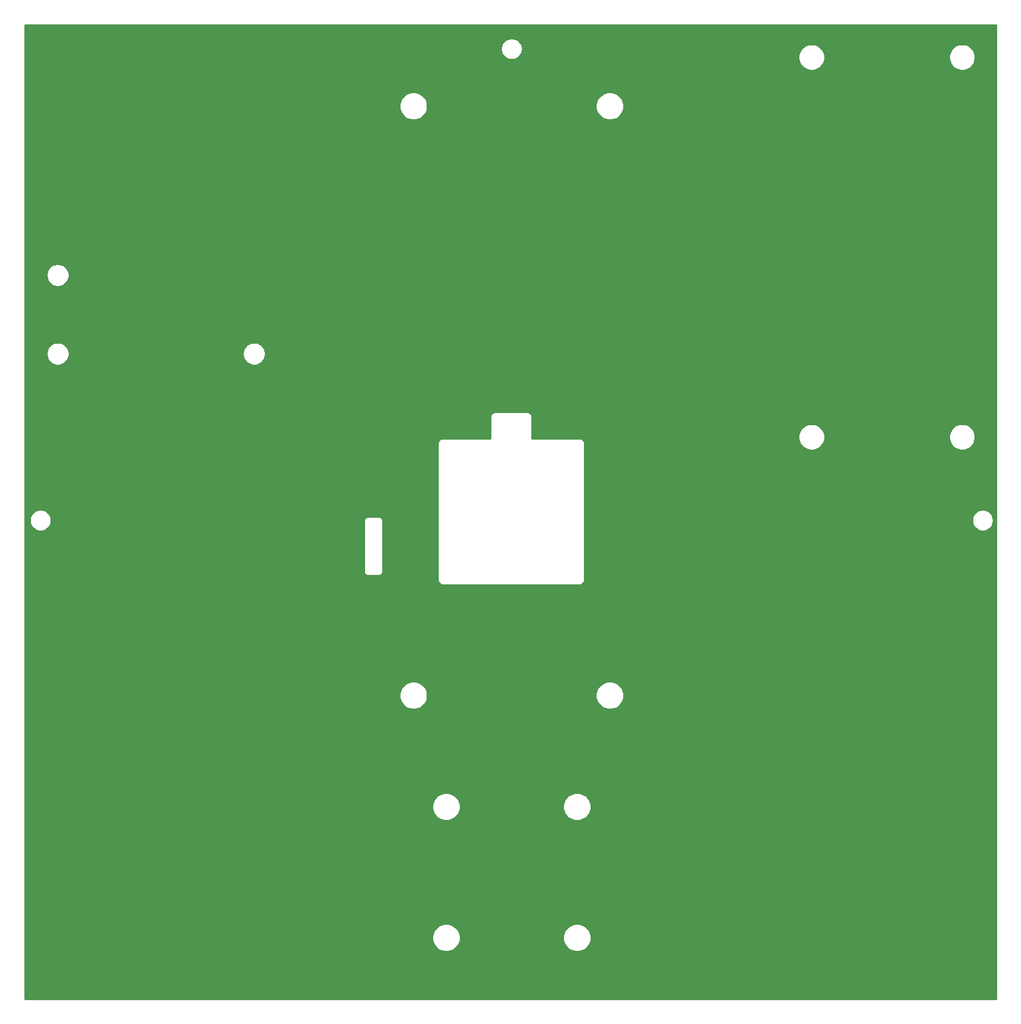
<source format=gbr>
G04 #@! TF.GenerationSoftware,KiCad,Pcbnew,(5.1.2)-1*
G04 #@! TF.CreationDate,2019-05-29T15:36:19-07:00*
G04 #@! TF.ProjectId,backplane,6261636b-706c-4616-9e65-2e6b69636164,v1.1*
G04 #@! TF.SameCoordinates,Original*
G04 #@! TF.FileFunction,Copper,L2,Bot*
G04 #@! TF.FilePolarity,Positive*
%FSLAX46Y46*%
G04 Gerber Fmt 4.6, Leading zero omitted, Abs format (unit mm)*
G04 Created by KiCad (PCBNEW (5.1.2)-1) date 2019-05-29 15:36:19*
%MOMM*%
%LPD*%
G04 APERTURE LIST*
%ADD10C,0.800000*%
%ADD11C,0.254000*%
G04 APERTURE END LIST*
D10*
X159800000Y-175000000D03*
X158000000Y-175000000D03*
X67700000Y-109800000D03*
X67700000Y-124300000D03*
X54000000Y-119000000D03*
X53000000Y-120112000D03*
X52000000Y-115000000D03*
X51000000Y-116000000D03*
X52000000Y-117000000D03*
X51000000Y-118000000D03*
X52000000Y-119000000D03*
X167840000Y-175480000D03*
X147840000Y-175480000D03*
X127840000Y-175480000D03*
X107840000Y-175480000D03*
X87840000Y-175480000D03*
X67840000Y-175480000D03*
X47840000Y-175480000D03*
X27840000Y-175480000D03*
X167840000Y-155480000D03*
X147840000Y-155480000D03*
X127840000Y-155480000D03*
X107840000Y-155480000D03*
X87840000Y-155480000D03*
X67840000Y-155480000D03*
X47840000Y-150000000D03*
X27840000Y-155480000D03*
X167840000Y-135480000D03*
X147840000Y-135480000D03*
X127840000Y-135480000D03*
X107840000Y-135480000D03*
X87840000Y-135480000D03*
X67840000Y-135480000D03*
X47840000Y-135480000D03*
X27840000Y-135480000D03*
X167840000Y-115480000D03*
X147840000Y-115480000D03*
X127840000Y-115480000D03*
X27840000Y-115480000D03*
X147840000Y-95480000D03*
X127840000Y-95480000D03*
X67840000Y-95480000D03*
X47840000Y-95480000D03*
X27840000Y-95480000D03*
X167840000Y-75480000D03*
X147840000Y-75480000D03*
X127840000Y-75480000D03*
X107840000Y-75480000D03*
X87840000Y-75480000D03*
X67840000Y-75480000D03*
X47840000Y-75480000D03*
X27840000Y-75480000D03*
X167840000Y-55480000D03*
X147840000Y-55480000D03*
X127840000Y-55480000D03*
X107840000Y-55480000D03*
X87840000Y-55480000D03*
X67840000Y-55480000D03*
X47840000Y-55480000D03*
X27840000Y-55480000D03*
X168000000Y-39000000D03*
X147840000Y-35480000D03*
X127840000Y-35480000D03*
X107840000Y-35480000D03*
X87840000Y-35480000D03*
X67840000Y-35480000D03*
X47840000Y-35480000D03*
X27840000Y-35480000D03*
X167840000Y-97000000D03*
X89000000Y-119000000D03*
X85000000Y-99000000D03*
X110000000Y-92000000D03*
X112000000Y-118000000D03*
X54000000Y-115000000D03*
X53000000Y-114000000D03*
X51000000Y-114000000D03*
X51000000Y-120112000D03*
X50000000Y-119000000D03*
X50000000Y-117000000D03*
X50000000Y-115000000D03*
D11*
G36*
X171873000Y-179820000D02*
G01*
X23520000Y-179820000D01*
X23520000Y-170269721D01*
X85725000Y-170269721D01*
X85725000Y-170690279D01*
X85807047Y-171102756D01*
X85967988Y-171491302D01*
X86201637Y-171840983D01*
X86499017Y-172138363D01*
X86848698Y-172372012D01*
X87237244Y-172532953D01*
X87649721Y-172615000D01*
X88070279Y-172615000D01*
X88482756Y-172532953D01*
X88871302Y-172372012D01*
X89220983Y-172138363D01*
X89518363Y-171840983D01*
X89752012Y-171491302D01*
X89912953Y-171102756D01*
X89995000Y-170690279D01*
X89995000Y-170269721D01*
X105725000Y-170269721D01*
X105725000Y-170690279D01*
X105807047Y-171102756D01*
X105967988Y-171491302D01*
X106201637Y-171840983D01*
X106499017Y-172138363D01*
X106848698Y-172372012D01*
X107237244Y-172532953D01*
X107649721Y-172615000D01*
X108070279Y-172615000D01*
X108482756Y-172532953D01*
X108871302Y-172372012D01*
X109220983Y-172138363D01*
X109518363Y-171840983D01*
X109752012Y-171491302D01*
X109912953Y-171102756D01*
X109995000Y-170690279D01*
X109995000Y-170269721D01*
X109912953Y-169857244D01*
X109752012Y-169468698D01*
X109518363Y-169119017D01*
X109220983Y-168821637D01*
X108871302Y-168587988D01*
X108482756Y-168427047D01*
X108070279Y-168345000D01*
X107649721Y-168345000D01*
X107237244Y-168427047D01*
X106848698Y-168587988D01*
X106499017Y-168821637D01*
X106201637Y-169119017D01*
X105967988Y-169468698D01*
X105807047Y-169857244D01*
X105725000Y-170269721D01*
X89995000Y-170269721D01*
X89912953Y-169857244D01*
X89752012Y-169468698D01*
X89518363Y-169119017D01*
X89220983Y-168821637D01*
X88871302Y-168587988D01*
X88482756Y-168427047D01*
X88070279Y-168345000D01*
X87649721Y-168345000D01*
X87237244Y-168427047D01*
X86848698Y-168587988D01*
X86499017Y-168821637D01*
X86201637Y-169119017D01*
X85967988Y-169468698D01*
X85807047Y-169857244D01*
X85725000Y-170269721D01*
X23520000Y-170269721D01*
X23520000Y-150269721D01*
X85725000Y-150269721D01*
X85725000Y-150690279D01*
X85807047Y-151102756D01*
X85967988Y-151491302D01*
X86201637Y-151840983D01*
X86499017Y-152138363D01*
X86848698Y-152372012D01*
X87237244Y-152532953D01*
X87649721Y-152615000D01*
X88070279Y-152615000D01*
X88482756Y-152532953D01*
X88871302Y-152372012D01*
X89220983Y-152138363D01*
X89518363Y-151840983D01*
X89752012Y-151491302D01*
X89912953Y-151102756D01*
X89995000Y-150690279D01*
X89995000Y-150269721D01*
X105725000Y-150269721D01*
X105725000Y-150690279D01*
X105807047Y-151102756D01*
X105967988Y-151491302D01*
X106201637Y-151840983D01*
X106499017Y-152138363D01*
X106848698Y-152372012D01*
X107237244Y-152532953D01*
X107649721Y-152615000D01*
X108070279Y-152615000D01*
X108482756Y-152532953D01*
X108871302Y-152372012D01*
X109220983Y-152138363D01*
X109518363Y-151840983D01*
X109752012Y-151491302D01*
X109912953Y-151102756D01*
X109995000Y-150690279D01*
X109995000Y-150269721D01*
X109912953Y-149857244D01*
X109752012Y-149468698D01*
X109518363Y-149119017D01*
X109220983Y-148821637D01*
X108871302Y-148587988D01*
X108482756Y-148427047D01*
X108070279Y-148345000D01*
X107649721Y-148345000D01*
X107237244Y-148427047D01*
X106848698Y-148587988D01*
X106499017Y-148821637D01*
X106201637Y-149119017D01*
X105967988Y-149468698D01*
X105807047Y-149857244D01*
X105725000Y-150269721D01*
X89995000Y-150269721D01*
X89912953Y-149857244D01*
X89752012Y-149468698D01*
X89518363Y-149119017D01*
X89220983Y-148821637D01*
X88871302Y-148587988D01*
X88482756Y-148427047D01*
X88070279Y-148345000D01*
X87649721Y-148345000D01*
X87237244Y-148427047D01*
X86848698Y-148587988D01*
X86499017Y-148821637D01*
X86201637Y-149119017D01*
X85967988Y-149468698D01*
X85807047Y-149857244D01*
X85725000Y-150269721D01*
X23520000Y-150269721D01*
X23520000Y-133269721D01*
X80725000Y-133269721D01*
X80725000Y-133690279D01*
X80807047Y-134102756D01*
X80967988Y-134491302D01*
X81201637Y-134840983D01*
X81499017Y-135138363D01*
X81848698Y-135372012D01*
X82237244Y-135532953D01*
X82649721Y-135615000D01*
X83070279Y-135615000D01*
X83482756Y-135532953D01*
X83871302Y-135372012D01*
X84220983Y-135138363D01*
X84518363Y-134840983D01*
X84752012Y-134491302D01*
X84912953Y-134102756D01*
X84995000Y-133690279D01*
X84995000Y-133269721D01*
X110725000Y-133269721D01*
X110725000Y-133690279D01*
X110807047Y-134102756D01*
X110967988Y-134491302D01*
X111201637Y-134840983D01*
X111499017Y-135138363D01*
X111848698Y-135372012D01*
X112237244Y-135532953D01*
X112649721Y-135615000D01*
X113070279Y-135615000D01*
X113482756Y-135532953D01*
X113871302Y-135372012D01*
X114220983Y-135138363D01*
X114518363Y-134840983D01*
X114752012Y-134491302D01*
X114912953Y-134102756D01*
X114995000Y-133690279D01*
X114995000Y-133269721D01*
X114912953Y-132857244D01*
X114752012Y-132468698D01*
X114518363Y-132119017D01*
X114220983Y-131821637D01*
X113871302Y-131587988D01*
X113482756Y-131427047D01*
X113070279Y-131345000D01*
X112649721Y-131345000D01*
X112237244Y-131427047D01*
X111848698Y-131587988D01*
X111499017Y-131821637D01*
X111201637Y-132119017D01*
X110967988Y-132468698D01*
X110807047Y-132857244D01*
X110725000Y-133269721D01*
X84995000Y-133269721D01*
X84912953Y-132857244D01*
X84752012Y-132468698D01*
X84518363Y-132119017D01*
X84220983Y-131821637D01*
X83871302Y-131587988D01*
X83482756Y-131427047D01*
X83070279Y-131345000D01*
X82649721Y-131345000D01*
X82237244Y-131427047D01*
X81848698Y-131587988D01*
X81499017Y-131821637D01*
X81201637Y-132119017D01*
X80967988Y-132468698D01*
X80807047Y-132857244D01*
X80725000Y-133269721D01*
X23520000Y-133269721D01*
X23520000Y-106588967D01*
X24225000Y-106588967D01*
X24225000Y-106911033D01*
X24287832Y-107226912D01*
X24411082Y-107524463D01*
X24590013Y-107792252D01*
X24817748Y-108019987D01*
X25085537Y-108198918D01*
X25383088Y-108322168D01*
X25698967Y-108385000D01*
X26021033Y-108385000D01*
X26336912Y-108322168D01*
X26634463Y-108198918D01*
X26902252Y-108019987D01*
X27129987Y-107792252D01*
X27308918Y-107524463D01*
X27432168Y-107226912D01*
X27495000Y-106911033D01*
X27495000Y-106886000D01*
X75287638Y-106886000D01*
X75291001Y-106920145D01*
X75291000Y-114471865D01*
X75287638Y-114506000D01*
X75301057Y-114642244D01*
X75340798Y-114773252D01*
X75405333Y-114893989D01*
X75492183Y-114999817D01*
X75598011Y-115086667D01*
X75718748Y-115151202D01*
X75849756Y-115190943D01*
X75986000Y-115204362D01*
X76020134Y-115201000D01*
X77451866Y-115201000D01*
X77486000Y-115204362D01*
X77622244Y-115190943D01*
X77753252Y-115151202D01*
X77873989Y-115086667D01*
X77979817Y-114999817D01*
X78066667Y-114893989D01*
X78131202Y-114773252D01*
X78170943Y-114642244D01*
X78181000Y-114540135D01*
X78181000Y-114540134D01*
X78184362Y-114506000D01*
X78181000Y-114471865D01*
X78181000Y-106920135D01*
X78184362Y-106886000D01*
X78170943Y-106749756D01*
X78131202Y-106618748D01*
X78066667Y-106498011D01*
X77979817Y-106392183D01*
X77873989Y-106305333D01*
X77753252Y-106240798D01*
X77622244Y-106201057D01*
X77520135Y-106191000D01*
X77520134Y-106191000D01*
X77486000Y-106187638D01*
X77451865Y-106191000D01*
X76020135Y-106191000D01*
X75986000Y-106187638D01*
X75951866Y-106191000D01*
X75951865Y-106191000D01*
X75849756Y-106201057D01*
X75718748Y-106240798D01*
X75598011Y-106305333D01*
X75492183Y-106392183D01*
X75405333Y-106498011D01*
X75340798Y-106618748D01*
X75301057Y-106749756D01*
X75287638Y-106886000D01*
X27495000Y-106886000D01*
X27495000Y-106588967D01*
X27432168Y-106273088D01*
X27308918Y-105975537D01*
X27129987Y-105707748D01*
X26902252Y-105480013D01*
X26634463Y-105301082D01*
X26336912Y-105177832D01*
X26021033Y-105115000D01*
X25698967Y-105115000D01*
X25383088Y-105177832D01*
X25085537Y-105301082D01*
X24817748Y-105480013D01*
X24590013Y-105707748D01*
X24411082Y-105975537D01*
X24287832Y-106273088D01*
X24225000Y-106588967D01*
X23520000Y-106588967D01*
X23520000Y-94910000D01*
X86601686Y-94910000D01*
X86605001Y-94943657D01*
X86605000Y-115876353D01*
X86601686Y-115910000D01*
X86614912Y-116044283D01*
X86654081Y-116173406D01*
X86717688Y-116292407D01*
X86803289Y-116396711D01*
X86907593Y-116482312D01*
X87026594Y-116545919D01*
X87155717Y-116585088D01*
X87290000Y-116598314D01*
X87323647Y-116595000D01*
X108256353Y-116595000D01*
X108290000Y-116598314D01*
X108424283Y-116585088D01*
X108553406Y-116545919D01*
X108672407Y-116482312D01*
X108776711Y-116396711D01*
X108862312Y-116292407D01*
X108925919Y-116173406D01*
X108965088Y-116044283D01*
X108975000Y-115943647D01*
X108975000Y-115943646D01*
X108978314Y-115910000D01*
X108975000Y-115876353D01*
X108975000Y-106588967D01*
X168225000Y-106588967D01*
X168225000Y-106911033D01*
X168287832Y-107226912D01*
X168411082Y-107524463D01*
X168590013Y-107792252D01*
X168817748Y-108019987D01*
X169085537Y-108198918D01*
X169383088Y-108322168D01*
X169698967Y-108385000D01*
X170021033Y-108385000D01*
X170336912Y-108322168D01*
X170634463Y-108198918D01*
X170902252Y-108019987D01*
X171129987Y-107792252D01*
X171308918Y-107524463D01*
X171432168Y-107226912D01*
X171495000Y-106911033D01*
X171495000Y-106588967D01*
X171432168Y-106273088D01*
X171308918Y-105975537D01*
X171129987Y-105707748D01*
X170902252Y-105480013D01*
X170634463Y-105301082D01*
X170336912Y-105177832D01*
X170021033Y-105115000D01*
X169698967Y-105115000D01*
X169383088Y-105177832D01*
X169085537Y-105301082D01*
X168817748Y-105480013D01*
X168590013Y-105707748D01*
X168411082Y-105975537D01*
X168287832Y-106273088D01*
X168225000Y-106588967D01*
X108975000Y-106588967D01*
X108975000Y-94943646D01*
X108978314Y-94910000D01*
X108965088Y-94775717D01*
X108925919Y-94646594D01*
X108862312Y-94527593D01*
X108776711Y-94423289D01*
X108672407Y-94337688D01*
X108553406Y-94274081D01*
X108424283Y-94234912D01*
X108323647Y-94225000D01*
X108290000Y-94221686D01*
X108256353Y-94225000D01*
X100975000Y-94225000D01*
X100975000Y-93838032D01*
X141698000Y-93838032D01*
X141698000Y-94233968D01*
X141775243Y-94622296D01*
X141926761Y-94988092D01*
X142146731Y-95317301D01*
X142426699Y-95597269D01*
X142755908Y-95817239D01*
X143121704Y-95968757D01*
X143510032Y-96046000D01*
X143905968Y-96046000D01*
X144294296Y-95968757D01*
X144660092Y-95817239D01*
X144989301Y-95597269D01*
X145269269Y-95317301D01*
X145489239Y-94988092D01*
X145640757Y-94622296D01*
X145718000Y-94233968D01*
X145718000Y-93838032D01*
X164698000Y-93838032D01*
X164698000Y-94233968D01*
X164775243Y-94622296D01*
X164926761Y-94988092D01*
X165146731Y-95317301D01*
X165426699Y-95597269D01*
X165755908Y-95817239D01*
X166121704Y-95968757D01*
X166510032Y-96046000D01*
X166905968Y-96046000D01*
X167294296Y-95968757D01*
X167660092Y-95817239D01*
X167989301Y-95597269D01*
X168269269Y-95317301D01*
X168489239Y-94988092D01*
X168640757Y-94622296D01*
X168718000Y-94233968D01*
X168718000Y-93838032D01*
X168640757Y-93449704D01*
X168489239Y-93083908D01*
X168269269Y-92754699D01*
X167989301Y-92474731D01*
X167660092Y-92254761D01*
X167294296Y-92103243D01*
X166905968Y-92026000D01*
X166510032Y-92026000D01*
X166121704Y-92103243D01*
X165755908Y-92254761D01*
X165426699Y-92474731D01*
X165146731Y-92754699D01*
X164926761Y-93083908D01*
X164775243Y-93449704D01*
X164698000Y-93838032D01*
X145718000Y-93838032D01*
X145640757Y-93449704D01*
X145489239Y-93083908D01*
X145269269Y-92754699D01*
X144989301Y-92474731D01*
X144660092Y-92254761D01*
X144294296Y-92103243D01*
X143905968Y-92026000D01*
X143510032Y-92026000D01*
X143121704Y-92103243D01*
X142755908Y-92254761D01*
X142426699Y-92474731D01*
X142146731Y-92754699D01*
X141926761Y-93083908D01*
X141775243Y-93449704D01*
X141698000Y-93838032D01*
X100975000Y-93838032D01*
X100975000Y-90943647D01*
X100978314Y-90910000D01*
X100965088Y-90775717D01*
X100925919Y-90646594D01*
X100862312Y-90527593D01*
X100776711Y-90423289D01*
X100672407Y-90337688D01*
X100553406Y-90274081D01*
X100424283Y-90234912D01*
X100323647Y-90225000D01*
X100290000Y-90221686D01*
X100256353Y-90225000D01*
X95323647Y-90225000D01*
X95290000Y-90221686D01*
X95256353Y-90225000D01*
X95155717Y-90234912D01*
X95026594Y-90274081D01*
X94907593Y-90337688D01*
X94803289Y-90423289D01*
X94717688Y-90527593D01*
X94654081Y-90646594D01*
X94614912Y-90775717D01*
X94601686Y-90910000D01*
X94605001Y-90943657D01*
X94605000Y-94225000D01*
X87323647Y-94225000D01*
X87290000Y-94221686D01*
X87256353Y-94225000D01*
X87155717Y-94234912D01*
X87026594Y-94274081D01*
X86907593Y-94337688D01*
X86803289Y-94423289D01*
X86717688Y-94527593D01*
X86654081Y-94646594D01*
X86614912Y-94775717D01*
X86601686Y-94910000D01*
X23520000Y-94910000D01*
X23520000Y-81149117D01*
X26765000Y-81149117D01*
X26765000Y-81490883D01*
X26831675Y-81826081D01*
X26962463Y-82141831D01*
X27152337Y-82425998D01*
X27394002Y-82667663D01*
X27678169Y-82857537D01*
X27993919Y-82988325D01*
X28329117Y-83055000D01*
X28670883Y-83055000D01*
X29006081Y-82988325D01*
X29321831Y-82857537D01*
X29605998Y-82667663D01*
X29847663Y-82425998D01*
X30037537Y-82141831D01*
X30168325Y-81826081D01*
X30235000Y-81490883D01*
X30235000Y-81149117D01*
X56765000Y-81149117D01*
X56765000Y-81490883D01*
X56831675Y-81826081D01*
X56962463Y-82141831D01*
X57152337Y-82425998D01*
X57394002Y-82667663D01*
X57678169Y-82857537D01*
X57993919Y-82988325D01*
X58329117Y-83055000D01*
X58670883Y-83055000D01*
X59006081Y-82988325D01*
X59321831Y-82857537D01*
X59605998Y-82667663D01*
X59847663Y-82425998D01*
X60037537Y-82141831D01*
X60168325Y-81826081D01*
X60235000Y-81490883D01*
X60235000Y-81149117D01*
X60168325Y-80813919D01*
X60037537Y-80498169D01*
X59847663Y-80214002D01*
X59605998Y-79972337D01*
X59321831Y-79782463D01*
X59006081Y-79651675D01*
X58670883Y-79585000D01*
X58329117Y-79585000D01*
X57993919Y-79651675D01*
X57678169Y-79782463D01*
X57394002Y-79972337D01*
X57152337Y-80214002D01*
X56962463Y-80498169D01*
X56831675Y-80813919D01*
X56765000Y-81149117D01*
X30235000Y-81149117D01*
X30168325Y-80813919D01*
X30037537Y-80498169D01*
X29847663Y-80214002D01*
X29605998Y-79972337D01*
X29321831Y-79782463D01*
X29006081Y-79651675D01*
X28670883Y-79585000D01*
X28329117Y-79585000D01*
X27993919Y-79651675D01*
X27678169Y-79782463D01*
X27394002Y-79972337D01*
X27152337Y-80214002D01*
X26962463Y-80498169D01*
X26831675Y-80813919D01*
X26765000Y-81149117D01*
X23520000Y-81149117D01*
X23520000Y-69149117D01*
X26765000Y-69149117D01*
X26765000Y-69490883D01*
X26831675Y-69826081D01*
X26962463Y-70141831D01*
X27152337Y-70425998D01*
X27394002Y-70667663D01*
X27678169Y-70857537D01*
X27993919Y-70988325D01*
X28329117Y-71055000D01*
X28670883Y-71055000D01*
X29006081Y-70988325D01*
X29321831Y-70857537D01*
X29605998Y-70667663D01*
X29847663Y-70425998D01*
X30037537Y-70141831D01*
X30168325Y-69826081D01*
X30235000Y-69490883D01*
X30235000Y-69149117D01*
X30168325Y-68813919D01*
X30037537Y-68498169D01*
X29847663Y-68214002D01*
X29605998Y-67972337D01*
X29321831Y-67782463D01*
X29006081Y-67651675D01*
X28670883Y-67585000D01*
X28329117Y-67585000D01*
X27993919Y-67651675D01*
X27678169Y-67782463D01*
X27394002Y-67972337D01*
X27152337Y-68214002D01*
X26962463Y-68498169D01*
X26831675Y-68813919D01*
X26765000Y-69149117D01*
X23520000Y-69149117D01*
X23520000Y-43269721D01*
X80725000Y-43269721D01*
X80725000Y-43690279D01*
X80807047Y-44102756D01*
X80967988Y-44491302D01*
X81201637Y-44840983D01*
X81499017Y-45138363D01*
X81848698Y-45372012D01*
X82237244Y-45532953D01*
X82649721Y-45615000D01*
X83070279Y-45615000D01*
X83482756Y-45532953D01*
X83871302Y-45372012D01*
X84220983Y-45138363D01*
X84518363Y-44840983D01*
X84752012Y-44491302D01*
X84912953Y-44102756D01*
X84995000Y-43690279D01*
X84995000Y-43269721D01*
X110725000Y-43269721D01*
X110725000Y-43690279D01*
X110807047Y-44102756D01*
X110967988Y-44491302D01*
X111201637Y-44840983D01*
X111499017Y-45138363D01*
X111848698Y-45372012D01*
X112237244Y-45532953D01*
X112649721Y-45615000D01*
X113070279Y-45615000D01*
X113482756Y-45532953D01*
X113871302Y-45372012D01*
X114220983Y-45138363D01*
X114518363Y-44840983D01*
X114752012Y-44491302D01*
X114912953Y-44102756D01*
X114995000Y-43690279D01*
X114995000Y-43269721D01*
X114912953Y-42857244D01*
X114752012Y-42468698D01*
X114518363Y-42119017D01*
X114220983Y-41821637D01*
X113871302Y-41587988D01*
X113482756Y-41427047D01*
X113070279Y-41345000D01*
X112649721Y-41345000D01*
X112237244Y-41427047D01*
X111848698Y-41587988D01*
X111499017Y-41821637D01*
X111201637Y-42119017D01*
X110967988Y-42468698D01*
X110807047Y-42857244D01*
X110725000Y-43269721D01*
X84995000Y-43269721D01*
X84912953Y-42857244D01*
X84752012Y-42468698D01*
X84518363Y-42119017D01*
X84220983Y-41821637D01*
X83871302Y-41587988D01*
X83482756Y-41427047D01*
X83070279Y-41345000D01*
X82649721Y-41345000D01*
X82237244Y-41427047D01*
X81848698Y-41587988D01*
X81499017Y-41821637D01*
X81201637Y-42119017D01*
X80967988Y-42468698D01*
X80807047Y-42857244D01*
X80725000Y-43269721D01*
X23520000Y-43269721D01*
X23520000Y-34588967D01*
X96225000Y-34588967D01*
X96225000Y-34911033D01*
X96287832Y-35226912D01*
X96411082Y-35524463D01*
X96590013Y-35792252D01*
X96817748Y-36019987D01*
X97085537Y-36198918D01*
X97383088Y-36322168D01*
X97698967Y-36385000D01*
X98021033Y-36385000D01*
X98336912Y-36322168D01*
X98634463Y-36198918D01*
X98902252Y-36019987D01*
X99084207Y-35838032D01*
X141698000Y-35838032D01*
X141698000Y-36233968D01*
X141775243Y-36622296D01*
X141926761Y-36988092D01*
X142146731Y-37317301D01*
X142426699Y-37597269D01*
X142755908Y-37817239D01*
X143121704Y-37968757D01*
X143510032Y-38046000D01*
X143905968Y-38046000D01*
X144294296Y-37968757D01*
X144660092Y-37817239D01*
X144989301Y-37597269D01*
X145269269Y-37317301D01*
X145489239Y-36988092D01*
X145640757Y-36622296D01*
X145718000Y-36233968D01*
X145718000Y-35838032D01*
X164698000Y-35838032D01*
X164698000Y-36233968D01*
X164775243Y-36622296D01*
X164926761Y-36988092D01*
X165146731Y-37317301D01*
X165426699Y-37597269D01*
X165755908Y-37817239D01*
X166121704Y-37968757D01*
X166510032Y-38046000D01*
X166905968Y-38046000D01*
X167294296Y-37968757D01*
X167660092Y-37817239D01*
X167989301Y-37597269D01*
X168269269Y-37317301D01*
X168489239Y-36988092D01*
X168640757Y-36622296D01*
X168718000Y-36233968D01*
X168718000Y-35838032D01*
X168640757Y-35449704D01*
X168489239Y-35083908D01*
X168269269Y-34754699D01*
X167989301Y-34474731D01*
X167660092Y-34254761D01*
X167294296Y-34103243D01*
X166905968Y-34026000D01*
X166510032Y-34026000D01*
X166121704Y-34103243D01*
X165755908Y-34254761D01*
X165426699Y-34474731D01*
X165146731Y-34754699D01*
X164926761Y-35083908D01*
X164775243Y-35449704D01*
X164698000Y-35838032D01*
X145718000Y-35838032D01*
X145640757Y-35449704D01*
X145489239Y-35083908D01*
X145269269Y-34754699D01*
X144989301Y-34474731D01*
X144660092Y-34254761D01*
X144294296Y-34103243D01*
X143905968Y-34026000D01*
X143510032Y-34026000D01*
X143121704Y-34103243D01*
X142755908Y-34254761D01*
X142426699Y-34474731D01*
X142146731Y-34754699D01*
X141926761Y-35083908D01*
X141775243Y-35449704D01*
X141698000Y-35838032D01*
X99084207Y-35838032D01*
X99129987Y-35792252D01*
X99308918Y-35524463D01*
X99432168Y-35226912D01*
X99495000Y-34911033D01*
X99495000Y-34588967D01*
X99432168Y-34273088D01*
X99308918Y-33975537D01*
X99129987Y-33707748D01*
X98902252Y-33480013D01*
X98634463Y-33301082D01*
X98336912Y-33177832D01*
X98021033Y-33115000D01*
X97698967Y-33115000D01*
X97383088Y-33177832D01*
X97085537Y-33301082D01*
X96817748Y-33480013D01*
X96590013Y-33707748D01*
X96411082Y-33975537D01*
X96287832Y-34273088D01*
X96225000Y-34588967D01*
X23520000Y-34588967D01*
X23520000Y-31140000D01*
X171873000Y-31140000D01*
X171873000Y-179820000D01*
X171873000Y-179820000D01*
G37*
X171873000Y-179820000D02*
X23520000Y-179820000D01*
X23520000Y-170269721D01*
X85725000Y-170269721D01*
X85725000Y-170690279D01*
X85807047Y-171102756D01*
X85967988Y-171491302D01*
X86201637Y-171840983D01*
X86499017Y-172138363D01*
X86848698Y-172372012D01*
X87237244Y-172532953D01*
X87649721Y-172615000D01*
X88070279Y-172615000D01*
X88482756Y-172532953D01*
X88871302Y-172372012D01*
X89220983Y-172138363D01*
X89518363Y-171840983D01*
X89752012Y-171491302D01*
X89912953Y-171102756D01*
X89995000Y-170690279D01*
X89995000Y-170269721D01*
X105725000Y-170269721D01*
X105725000Y-170690279D01*
X105807047Y-171102756D01*
X105967988Y-171491302D01*
X106201637Y-171840983D01*
X106499017Y-172138363D01*
X106848698Y-172372012D01*
X107237244Y-172532953D01*
X107649721Y-172615000D01*
X108070279Y-172615000D01*
X108482756Y-172532953D01*
X108871302Y-172372012D01*
X109220983Y-172138363D01*
X109518363Y-171840983D01*
X109752012Y-171491302D01*
X109912953Y-171102756D01*
X109995000Y-170690279D01*
X109995000Y-170269721D01*
X109912953Y-169857244D01*
X109752012Y-169468698D01*
X109518363Y-169119017D01*
X109220983Y-168821637D01*
X108871302Y-168587988D01*
X108482756Y-168427047D01*
X108070279Y-168345000D01*
X107649721Y-168345000D01*
X107237244Y-168427047D01*
X106848698Y-168587988D01*
X106499017Y-168821637D01*
X106201637Y-169119017D01*
X105967988Y-169468698D01*
X105807047Y-169857244D01*
X105725000Y-170269721D01*
X89995000Y-170269721D01*
X89912953Y-169857244D01*
X89752012Y-169468698D01*
X89518363Y-169119017D01*
X89220983Y-168821637D01*
X88871302Y-168587988D01*
X88482756Y-168427047D01*
X88070279Y-168345000D01*
X87649721Y-168345000D01*
X87237244Y-168427047D01*
X86848698Y-168587988D01*
X86499017Y-168821637D01*
X86201637Y-169119017D01*
X85967988Y-169468698D01*
X85807047Y-169857244D01*
X85725000Y-170269721D01*
X23520000Y-170269721D01*
X23520000Y-150269721D01*
X85725000Y-150269721D01*
X85725000Y-150690279D01*
X85807047Y-151102756D01*
X85967988Y-151491302D01*
X86201637Y-151840983D01*
X86499017Y-152138363D01*
X86848698Y-152372012D01*
X87237244Y-152532953D01*
X87649721Y-152615000D01*
X88070279Y-152615000D01*
X88482756Y-152532953D01*
X88871302Y-152372012D01*
X89220983Y-152138363D01*
X89518363Y-151840983D01*
X89752012Y-151491302D01*
X89912953Y-151102756D01*
X89995000Y-150690279D01*
X89995000Y-150269721D01*
X105725000Y-150269721D01*
X105725000Y-150690279D01*
X105807047Y-151102756D01*
X105967988Y-151491302D01*
X106201637Y-151840983D01*
X106499017Y-152138363D01*
X106848698Y-152372012D01*
X107237244Y-152532953D01*
X107649721Y-152615000D01*
X108070279Y-152615000D01*
X108482756Y-152532953D01*
X108871302Y-152372012D01*
X109220983Y-152138363D01*
X109518363Y-151840983D01*
X109752012Y-151491302D01*
X109912953Y-151102756D01*
X109995000Y-150690279D01*
X109995000Y-150269721D01*
X109912953Y-149857244D01*
X109752012Y-149468698D01*
X109518363Y-149119017D01*
X109220983Y-148821637D01*
X108871302Y-148587988D01*
X108482756Y-148427047D01*
X108070279Y-148345000D01*
X107649721Y-148345000D01*
X107237244Y-148427047D01*
X106848698Y-148587988D01*
X106499017Y-148821637D01*
X106201637Y-149119017D01*
X105967988Y-149468698D01*
X105807047Y-149857244D01*
X105725000Y-150269721D01*
X89995000Y-150269721D01*
X89912953Y-149857244D01*
X89752012Y-149468698D01*
X89518363Y-149119017D01*
X89220983Y-148821637D01*
X88871302Y-148587988D01*
X88482756Y-148427047D01*
X88070279Y-148345000D01*
X87649721Y-148345000D01*
X87237244Y-148427047D01*
X86848698Y-148587988D01*
X86499017Y-148821637D01*
X86201637Y-149119017D01*
X85967988Y-149468698D01*
X85807047Y-149857244D01*
X85725000Y-150269721D01*
X23520000Y-150269721D01*
X23520000Y-133269721D01*
X80725000Y-133269721D01*
X80725000Y-133690279D01*
X80807047Y-134102756D01*
X80967988Y-134491302D01*
X81201637Y-134840983D01*
X81499017Y-135138363D01*
X81848698Y-135372012D01*
X82237244Y-135532953D01*
X82649721Y-135615000D01*
X83070279Y-135615000D01*
X83482756Y-135532953D01*
X83871302Y-135372012D01*
X84220983Y-135138363D01*
X84518363Y-134840983D01*
X84752012Y-134491302D01*
X84912953Y-134102756D01*
X84995000Y-133690279D01*
X84995000Y-133269721D01*
X110725000Y-133269721D01*
X110725000Y-133690279D01*
X110807047Y-134102756D01*
X110967988Y-134491302D01*
X111201637Y-134840983D01*
X111499017Y-135138363D01*
X111848698Y-135372012D01*
X112237244Y-135532953D01*
X112649721Y-135615000D01*
X113070279Y-135615000D01*
X113482756Y-135532953D01*
X113871302Y-135372012D01*
X114220983Y-135138363D01*
X114518363Y-134840983D01*
X114752012Y-134491302D01*
X114912953Y-134102756D01*
X114995000Y-133690279D01*
X114995000Y-133269721D01*
X114912953Y-132857244D01*
X114752012Y-132468698D01*
X114518363Y-132119017D01*
X114220983Y-131821637D01*
X113871302Y-131587988D01*
X113482756Y-131427047D01*
X113070279Y-131345000D01*
X112649721Y-131345000D01*
X112237244Y-131427047D01*
X111848698Y-131587988D01*
X111499017Y-131821637D01*
X111201637Y-132119017D01*
X110967988Y-132468698D01*
X110807047Y-132857244D01*
X110725000Y-133269721D01*
X84995000Y-133269721D01*
X84912953Y-132857244D01*
X84752012Y-132468698D01*
X84518363Y-132119017D01*
X84220983Y-131821637D01*
X83871302Y-131587988D01*
X83482756Y-131427047D01*
X83070279Y-131345000D01*
X82649721Y-131345000D01*
X82237244Y-131427047D01*
X81848698Y-131587988D01*
X81499017Y-131821637D01*
X81201637Y-132119017D01*
X80967988Y-132468698D01*
X80807047Y-132857244D01*
X80725000Y-133269721D01*
X23520000Y-133269721D01*
X23520000Y-106588967D01*
X24225000Y-106588967D01*
X24225000Y-106911033D01*
X24287832Y-107226912D01*
X24411082Y-107524463D01*
X24590013Y-107792252D01*
X24817748Y-108019987D01*
X25085537Y-108198918D01*
X25383088Y-108322168D01*
X25698967Y-108385000D01*
X26021033Y-108385000D01*
X26336912Y-108322168D01*
X26634463Y-108198918D01*
X26902252Y-108019987D01*
X27129987Y-107792252D01*
X27308918Y-107524463D01*
X27432168Y-107226912D01*
X27495000Y-106911033D01*
X27495000Y-106886000D01*
X75287638Y-106886000D01*
X75291001Y-106920145D01*
X75291000Y-114471865D01*
X75287638Y-114506000D01*
X75301057Y-114642244D01*
X75340798Y-114773252D01*
X75405333Y-114893989D01*
X75492183Y-114999817D01*
X75598011Y-115086667D01*
X75718748Y-115151202D01*
X75849756Y-115190943D01*
X75986000Y-115204362D01*
X76020134Y-115201000D01*
X77451866Y-115201000D01*
X77486000Y-115204362D01*
X77622244Y-115190943D01*
X77753252Y-115151202D01*
X77873989Y-115086667D01*
X77979817Y-114999817D01*
X78066667Y-114893989D01*
X78131202Y-114773252D01*
X78170943Y-114642244D01*
X78181000Y-114540135D01*
X78181000Y-114540134D01*
X78184362Y-114506000D01*
X78181000Y-114471865D01*
X78181000Y-106920135D01*
X78184362Y-106886000D01*
X78170943Y-106749756D01*
X78131202Y-106618748D01*
X78066667Y-106498011D01*
X77979817Y-106392183D01*
X77873989Y-106305333D01*
X77753252Y-106240798D01*
X77622244Y-106201057D01*
X77520135Y-106191000D01*
X77520134Y-106191000D01*
X77486000Y-106187638D01*
X77451865Y-106191000D01*
X76020135Y-106191000D01*
X75986000Y-106187638D01*
X75951866Y-106191000D01*
X75951865Y-106191000D01*
X75849756Y-106201057D01*
X75718748Y-106240798D01*
X75598011Y-106305333D01*
X75492183Y-106392183D01*
X75405333Y-106498011D01*
X75340798Y-106618748D01*
X75301057Y-106749756D01*
X75287638Y-106886000D01*
X27495000Y-106886000D01*
X27495000Y-106588967D01*
X27432168Y-106273088D01*
X27308918Y-105975537D01*
X27129987Y-105707748D01*
X26902252Y-105480013D01*
X26634463Y-105301082D01*
X26336912Y-105177832D01*
X26021033Y-105115000D01*
X25698967Y-105115000D01*
X25383088Y-105177832D01*
X25085537Y-105301082D01*
X24817748Y-105480013D01*
X24590013Y-105707748D01*
X24411082Y-105975537D01*
X24287832Y-106273088D01*
X24225000Y-106588967D01*
X23520000Y-106588967D01*
X23520000Y-94910000D01*
X86601686Y-94910000D01*
X86605001Y-94943657D01*
X86605000Y-115876353D01*
X86601686Y-115910000D01*
X86614912Y-116044283D01*
X86654081Y-116173406D01*
X86717688Y-116292407D01*
X86803289Y-116396711D01*
X86907593Y-116482312D01*
X87026594Y-116545919D01*
X87155717Y-116585088D01*
X87290000Y-116598314D01*
X87323647Y-116595000D01*
X108256353Y-116595000D01*
X108290000Y-116598314D01*
X108424283Y-116585088D01*
X108553406Y-116545919D01*
X108672407Y-116482312D01*
X108776711Y-116396711D01*
X108862312Y-116292407D01*
X108925919Y-116173406D01*
X108965088Y-116044283D01*
X108975000Y-115943647D01*
X108975000Y-115943646D01*
X108978314Y-115910000D01*
X108975000Y-115876353D01*
X108975000Y-106588967D01*
X168225000Y-106588967D01*
X168225000Y-106911033D01*
X168287832Y-107226912D01*
X168411082Y-107524463D01*
X168590013Y-107792252D01*
X168817748Y-108019987D01*
X169085537Y-108198918D01*
X169383088Y-108322168D01*
X169698967Y-108385000D01*
X170021033Y-108385000D01*
X170336912Y-108322168D01*
X170634463Y-108198918D01*
X170902252Y-108019987D01*
X171129987Y-107792252D01*
X171308918Y-107524463D01*
X171432168Y-107226912D01*
X171495000Y-106911033D01*
X171495000Y-106588967D01*
X171432168Y-106273088D01*
X171308918Y-105975537D01*
X171129987Y-105707748D01*
X170902252Y-105480013D01*
X170634463Y-105301082D01*
X170336912Y-105177832D01*
X170021033Y-105115000D01*
X169698967Y-105115000D01*
X169383088Y-105177832D01*
X169085537Y-105301082D01*
X168817748Y-105480013D01*
X168590013Y-105707748D01*
X168411082Y-105975537D01*
X168287832Y-106273088D01*
X168225000Y-106588967D01*
X108975000Y-106588967D01*
X108975000Y-94943646D01*
X108978314Y-94910000D01*
X108965088Y-94775717D01*
X108925919Y-94646594D01*
X108862312Y-94527593D01*
X108776711Y-94423289D01*
X108672407Y-94337688D01*
X108553406Y-94274081D01*
X108424283Y-94234912D01*
X108323647Y-94225000D01*
X108290000Y-94221686D01*
X108256353Y-94225000D01*
X100975000Y-94225000D01*
X100975000Y-93838032D01*
X141698000Y-93838032D01*
X141698000Y-94233968D01*
X141775243Y-94622296D01*
X141926761Y-94988092D01*
X142146731Y-95317301D01*
X142426699Y-95597269D01*
X142755908Y-95817239D01*
X143121704Y-95968757D01*
X143510032Y-96046000D01*
X143905968Y-96046000D01*
X144294296Y-95968757D01*
X144660092Y-95817239D01*
X144989301Y-95597269D01*
X145269269Y-95317301D01*
X145489239Y-94988092D01*
X145640757Y-94622296D01*
X145718000Y-94233968D01*
X145718000Y-93838032D01*
X164698000Y-93838032D01*
X164698000Y-94233968D01*
X164775243Y-94622296D01*
X164926761Y-94988092D01*
X165146731Y-95317301D01*
X165426699Y-95597269D01*
X165755908Y-95817239D01*
X166121704Y-95968757D01*
X166510032Y-96046000D01*
X166905968Y-96046000D01*
X167294296Y-95968757D01*
X167660092Y-95817239D01*
X167989301Y-95597269D01*
X168269269Y-95317301D01*
X168489239Y-94988092D01*
X168640757Y-94622296D01*
X168718000Y-94233968D01*
X168718000Y-93838032D01*
X168640757Y-93449704D01*
X168489239Y-93083908D01*
X168269269Y-92754699D01*
X167989301Y-92474731D01*
X167660092Y-92254761D01*
X167294296Y-92103243D01*
X166905968Y-92026000D01*
X166510032Y-92026000D01*
X166121704Y-92103243D01*
X165755908Y-92254761D01*
X165426699Y-92474731D01*
X165146731Y-92754699D01*
X164926761Y-93083908D01*
X164775243Y-93449704D01*
X164698000Y-93838032D01*
X145718000Y-93838032D01*
X145640757Y-93449704D01*
X145489239Y-93083908D01*
X145269269Y-92754699D01*
X144989301Y-92474731D01*
X144660092Y-92254761D01*
X144294296Y-92103243D01*
X143905968Y-92026000D01*
X143510032Y-92026000D01*
X143121704Y-92103243D01*
X142755908Y-92254761D01*
X142426699Y-92474731D01*
X142146731Y-92754699D01*
X141926761Y-93083908D01*
X141775243Y-93449704D01*
X141698000Y-93838032D01*
X100975000Y-93838032D01*
X100975000Y-90943647D01*
X100978314Y-90910000D01*
X100965088Y-90775717D01*
X100925919Y-90646594D01*
X100862312Y-90527593D01*
X100776711Y-90423289D01*
X100672407Y-90337688D01*
X100553406Y-90274081D01*
X100424283Y-90234912D01*
X100323647Y-90225000D01*
X100290000Y-90221686D01*
X100256353Y-90225000D01*
X95323647Y-90225000D01*
X95290000Y-90221686D01*
X95256353Y-90225000D01*
X95155717Y-90234912D01*
X95026594Y-90274081D01*
X94907593Y-90337688D01*
X94803289Y-90423289D01*
X94717688Y-90527593D01*
X94654081Y-90646594D01*
X94614912Y-90775717D01*
X94601686Y-90910000D01*
X94605001Y-90943657D01*
X94605000Y-94225000D01*
X87323647Y-94225000D01*
X87290000Y-94221686D01*
X87256353Y-94225000D01*
X87155717Y-94234912D01*
X87026594Y-94274081D01*
X86907593Y-94337688D01*
X86803289Y-94423289D01*
X86717688Y-94527593D01*
X86654081Y-94646594D01*
X86614912Y-94775717D01*
X86601686Y-94910000D01*
X23520000Y-94910000D01*
X23520000Y-81149117D01*
X26765000Y-81149117D01*
X26765000Y-81490883D01*
X26831675Y-81826081D01*
X26962463Y-82141831D01*
X27152337Y-82425998D01*
X27394002Y-82667663D01*
X27678169Y-82857537D01*
X27993919Y-82988325D01*
X28329117Y-83055000D01*
X28670883Y-83055000D01*
X29006081Y-82988325D01*
X29321831Y-82857537D01*
X29605998Y-82667663D01*
X29847663Y-82425998D01*
X30037537Y-82141831D01*
X30168325Y-81826081D01*
X30235000Y-81490883D01*
X30235000Y-81149117D01*
X56765000Y-81149117D01*
X56765000Y-81490883D01*
X56831675Y-81826081D01*
X56962463Y-82141831D01*
X57152337Y-82425998D01*
X57394002Y-82667663D01*
X57678169Y-82857537D01*
X57993919Y-82988325D01*
X58329117Y-83055000D01*
X58670883Y-83055000D01*
X59006081Y-82988325D01*
X59321831Y-82857537D01*
X59605998Y-82667663D01*
X59847663Y-82425998D01*
X60037537Y-82141831D01*
X60168325Y-81826081D01*
X60235000Y-81490883D01*
X60235000Y-81149117D01*
X60168325Y-80813919D01*
X60037537Y-80498169D01*
X59847663Y-80214002D01*
X59605998Y-79972337D01*
X59321831Y-79782463D01*
X59006081Y-79651675D01*
X58670883Y-79585000D01*
X58329117Y-79585000D01*
X57993919Y-79651675D01*
X57678169Y-79782463D01*
X57394002Y-79972337D01*
X57152337Y-80214002D01*
X56962463Y-80498169D01*
X56831675Y-80813919D01*
X56765000Y-81149117D01*
X30235000Y-81149117D01*
X30168325Y-80813919D01*
X30037537Y-80498169D01*
X29847663Y-80214002D01*
X29605998Y-79972337D01*
X29321831Y-79782463D01*
X29006081Y-79651675D01*
X28670883Y-79585000D01*
X28329117Y-79585000D01*
X27993919Y-79651675D01*
X27678169Y-79782463D01*
X27394002Y-79972337D01*
X27152337Y-80214002D01*
X26962463Y-80498169D01*
X26831675Y-80813919D01*
X26765000Y-81149117D01*
X23520000Y-81149117D01*
X23520000Y-69149117D01*
X26765000Y-69149117D01*
X26765000Y-69490883D01*
X26831675Y-69826081D01*
X26962463Y-70141831D01*
X27152337Y-70425998D01*
X27394002Y-70667663D01*
X27678169Y-70857537D01*
X27993919Y-70988325D01*
X28329117Y-71055000D01*
X28670883Y-71055000D01*
X29006081Y-70988325D01*
X29321831Y-70857537D01*
X29605998Y-70667663D01*
X29847663Y-70425998D01*
X30037537Y-70141831D01*
X30168325Y-69826081D01*
X30235000Y-69490883D01*
X30235000Y-69149117D01*
X30168325Y-68813919D01*
X30037537Y-68498169D01*
X29847663Y-68214002D01*
X29605998Y-67972337D01*
X29321831Y-67782463D01*
X29006081Y-67651675D01*
X28670883Y-67585000D01*
X28329117Y-67585000D01*
X27993919Y-67651675D01*
X27678169Y-67782463D01*
X27394002Y-67972337D01*
X27152337Y-68214002D01*
X26962463Y-68498169D01*
X26831675Y-68813919D01*
X26765000Y-69149117D01*
X23520000Y-69149117D01*
X23520000Y-43269721D01*
X80725000Y-43269721D01*
X80725000Y-43690279D01*
X80807047Y-44102756D01*
X80967988Y-44491302D01*
X81201637Y-44840983D01*
X81499017Y-45138363D01*
X81848698Y-45372012D01*
X82237244Y-45532953D01*
X82649721Y-45615000D01*
X83070279Y-45615000D01*
X83482756Y-45532953D01*
X83871302Y-45372012D01*
X84220983Y-45138363D01*
X84518363Y-44840983D01*
X84752012Y-44491302D01*
X84912953Y-44102756D01*
X84995000Y-43690279D01*
X84995000Y-43269721D01*
X110725000Y-43269721D01*
X110725000Y-43690279D01*
X110807047Y-44102756D01*
X110967988Y-44491302D01*
X111201637Y-44840983D01*
X111499017Y-45138363D01*
X111848698Y-45372012D01*
X112237244Y-45532953D01*
X112649721Y-45615000D01*
X113070279Y-45615000D01*
X113482756Y-45532953D01*
X113871302Y-45372012D01*
X114220983Y-45138363D01*
X114518363Y-44840983D01*
X114752012Y-44491302D01*
X114912953Y-44102756D01*
X114995000Y-43690279D01*
X114995000Y-43269721D01*
X114912953Y-42857244D01*
X114752012Y-42468698D01*
X114518363Y-42119017D01*
X114220983Y-41821637D01*
X113871302Y-41587988D01*
X113482756Y-41427047D01*
X113070279Y-41345000D01*
X112649721Y-41345000D01*
X112237244Y-41427047D01*
X111848698Y-41587988D01*
X111499017Y-41821637D01*
X111201637Y-42119017D01*
X110967988Y-42468698D01*
X110807047Y-42857244D01*
X110725000Y-43269721D01*
X84995000Y-43269721D01*
X84912953Y-42857244D01*
X84752012Y-42468698D01*
X84518363Y-42119017D01*
X84220983Y-41821637D01*
X83871302Y-41587988D01*
X83482756Y-41427047D01*
X83070279Y-41345000D01*
X82649721Y-41345000D01*
X82237244Y-41427047D01*
X81848698Y-41587988D01*
X81499017Y-41821637D01*
X81201637Y-42119017D01*
X80967988Y-42468698D01*
X80807047Y-42857244D01*
X80725000Y-43269721D01*
X23520000Y-43269721D01*
X23520000Y-34588967D01*
X96225000Y-34588967D01*
X96225000Y-34911033D01*
X96287832Y-35226912D01*
X96411082Y-35524463D01*
X96590013Y-35792252D01*
X96817748Y-36019987D01*
X97085537Y-36198918D01*
X97383088Y-36322168D01*
X97698967Y-36385000D01*
X98021033Y-36385000D01*
X98336912Y-36322168D01*
X98634463Y-36198918D01*
X98902252Y-36019987D01*
X99084207Y-35838032D01*
X141698000Y-35838032D01*
X141698000Y-36233968D01*
X141775243Y-36622296D01*
X141926761Y-36988092D01*
X142146731Y-37317301D01*
X142426699Y-37597269D01*
X142755908Y-37817239D01*
X143121704Y-37968757D01*
X143510032Y-38046000D01*
X143905968Y-38046000D01*
X144294296Y-37968757D01*
X144660092Y-37817239D01*
X144989301Y-37597269D01*
X145269269Y-37317301D01*
X145489239Y-36988092D01*
X145640757Y-36622296D01*
X145718000Y-36233968D01*
X145718000Y-35838032D01*
X164698000Y-35838032D01*
X164698000Y-36233968D01*
X164775243Y-36622296D01*
X164926761Y-36988092D01*
X165146731Y-37317301D01*
X165426699Y-37597269D01*
X165755908Y-37817239D01*
X166121704Y-37968757D01*
X166510032Y-38046000D01*
X166905968Y-38046000D01*
X167294296Y-37968757D01*
X167660092Y-37817239D01*
X167989301Y-37597269D01*
X168269269Y-37317301D01*
X168489239Y-36988092D01*
X168640757Y-36622296D01*
X168718000Y-36233968D01*
X168718000Y-35838032D01*
X168640757Y-35449704D01*
X168489239Y-35083908D01*
X168269269Y-34754699D01*
X167989301Y-34474731D01*
X167660092Y-34254761D01*
X167294296Y-34103243D01*
X166905968Y-34026000D01*
X166510032Y-34026000D01*
X166121704Y-34103243D01*
X165755908Y-34254761D01*
X165426699Y-34474731D01*
X165146731Y-34754699D01*
X164926761Y-35083908D01*
X164775243Y-35449704D01*
X164698000Y-35838032D01*
X145718000Y-35838032D01*
X145640757Y-35449704D01*
X145489239Y-35083908D01*
X145269269Y-34754699D01*
X144989301Y-34474731D01*
X144660092Y-34254761D01*
X144294296Y-34103243D01*
X143905968Y-34026000D01*
X143510032Y-34026000D01*
X143121704Y-34103243D01*
X142755908Y-34254761D01*
X142426699Y-34474731D01*
X142146731Y-34754699D01*
X141926761Y-35083908D01*
X141775243Y-35449704D01*
X141698000Y-35838032D01*
X99084207Y-35838032D01*
X99129987Y-35792252D01*
X99308918Y-35524463D01*
X99432168Y-35226912D01*
X99495000Y-34911033D01*
X99495000Y-34588967D01*
X99432168Y-34273088D01*
X99308918Y-33975537D01*
X99129987Y-33707748D01*
X98902252Y-33480013D01*
X98634463Y-33301082D01*
X98336912Y-33177832D01*
X98021033Y-33115000D01*
X97698967Y-33115000D01*
X97383088Y-33177832D01*
X97085537Y-33301082D01*
X96817748Y-33480013D01*
X96590013Y-33707748D01*
X96411082Y-33975537D01*
X96287832Y-34273088D01*
X96225000Y-34588967D01*
X23520000Y-34588967D01*
X23520000Y-31140000D01*
X171873000Y-31140000D01*
X171873000Y-179820000D01*
M02*

</source>
